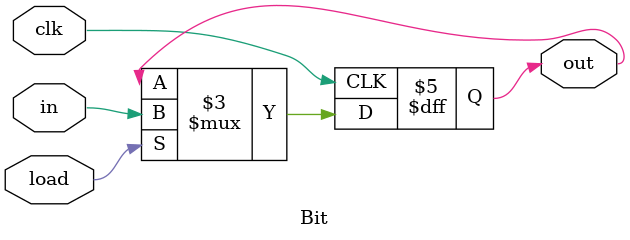
<source format=v>
module Bit(
	input wire in,
	input wire clk,
	input wire load,
	output reg out
);

    // Initial block to set the initial value of the output
    initial begin
        out = 1'b0;
    end

	always @(posedge clk) begin
		if (load)
			out <= in;
	end

endmodule

</source>
